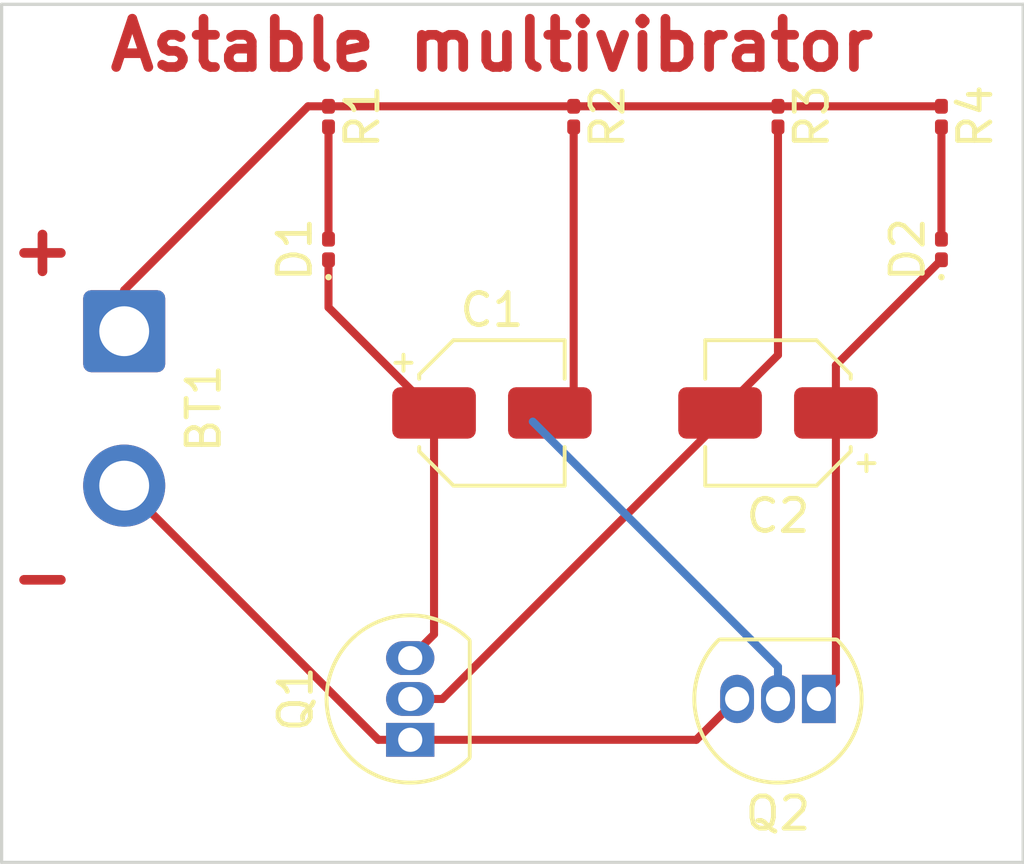
<source format=kicad_pcb>
(kicad_pcb (version 20171130) (host pcbnew "(5.1.9)-1")

  (general
    (thickness 1.6)
    (drawings 7)
    (tracks 30)
    (zones 0)
    (modules 11)
    (nets 9)
  )

  (page A4)
  (layers
    (0 F.Cu signal)
    (31 B.Cu signal)
    (32 B.Adhes user)
    (33 F.Adhes user)
    (34 B.Paste user)
    (35 F.Paste user)
    (36 B.SilkS user)
    (37 F.SilkS user)
    (38 B.Mask user)
    (39 F.Mask user)
    (40 Dwgs.User user)
    (41 Cmts.User user)
    (42 Eco1.User user)
    (43 Eco2.User user)
    (44 Edge.Cuts user)
    (45 Margin user)
    (46 B.CrtYd user)
    (47 F.CrtYd user)
    (48 B.Fab user)
    (49 F.Fab user)
  )

  (setup
    (last_trace_width 0.25)
    (trace_clearance 0.2)
    (zone_clearance 0.508)
    (zone_45_only no)
    (trace_min 0.2)
    (via_size 0.8)
    (via_drill 0.4)
    (via_min_size 0.4)
    (via_min_drill 0.3)
    (uvia_size 0.3)
    (uvia_drill 0.1)
    (uvias_allowed no)
    (uvia_min_size 0.2)
    (uvia_min_drill 0.1)
    (edge_width 0.05)
    (segment_width 0.2)
    (pcb_text_width 0.3)
    (pcb_text_size 1.5 1.5)
    (mod_edge_width 0.12)
    (mod_text_size 1 1)
    (mod_text_width 0.15)
    (pad_size 1.524 1.524)
    (pad_drill 0.762)
    (pad_to_mask_clearance 0)
    (aux_axis_origin 0 0)
    (visible_elements FFFFFF7F)
    (pcbplotparams
      (layerselection 0x010fc_ffffffff)
      (usegerberextensions false)
      (usegerberattributes true)
      (usegerberadvancedattributes true)
      (creategerberjobfile true)
      (excludeedgelayer true)
      (linewidth 0.100000)
      (plotframeref false)
      (viasonmask false)
      (mode 1)
      (useauxorigin false)
      (hpglpennumber 1)
      (hpglpenspeed 20)
      (hpglpendiameter 15.000000)
      (psnegative false)
      (psa4output false)
      (plotreference true)
      (plotvalue true)
      (plotinvisibletext false)
      (padsonsilk false)
      (subtractmaskfromsilk false)
      (outputformat 1)
      (mirror false)
      (drillshape 1)
      (scaleselection 1)
      (outputdirectory ""))
  )

  (net 0 "")
  (net 1 "Net-(BT1-Pad2)")
  (net 2 "Net-(BT1-Pad1)")
  (net 3 "Net-(C1-Pad2)")
  (net 4 "Net-(C1-Pad1)")
  (net 5 "Net-(C2-Pad2)")
  (net 6 "Net-(C2-Pad1)")
  (net 7 "Net-(D1-Pad2)")
  (net 8 "Net-(D2-Pad2)")

  (net_class Default "This is the default net class."
    (clearance 0.2)
    (trace_width 0.25)
    (via_dia 0.8)
    (via_drill 0.4)
    (uvia_dia 0.3)
    (uvia_drill 0.1)
    (add_net "Net-(BT1-Pad1)")
    (add_net "Net-(BT1-Pad2)")
    (add_net "Net-(C1-Pad1)")
    (add_net "Net-(C1-Pad2)")
    (add_net "Net-(C2-Pad1)")
    (add_net "Net-(C2-Pad2)")
    (add_net "Net-(D1-Pad2)")
    (add_net "Net-(D2-Pad2)")
  )

  (module Resistor_SMD:R_0201_0603Metric (layer F.Cu) (tedit 5F68FEEE) (tstamp 60AAC7D6)
    (at 160.02 80.96 270)
    (descr "Resistor SMD 0201 (0603 Metric), square (rectangular) end terminal, IPC_7351 nominal, (Body size source: https://www.vishay.com/docs/20052/crcw0201e3.pdf), generated with kicad-footprint-generator")
    (tags resistor)
    (path /60AA850D)
    (attr smd)
    (fp_text reference R4 (at 0 -1.05 90) (layer F.SilkS)
      (effects (font (size 1 1) (thickness 0.15)))
    )
    (fp_text value 470 (at 0 1.05 90) (layer F.Fab)
      (effects (font (size 1 1) (thickness 0.15)))
    )
    (fp_text user %R (at 0 -0.68 90) (layer F.Fab)
      (effects (font (size 0.25 0.25) (thickness 0.04)))
    )
    (fp_line (start -0.3 0.15) (end -0.3 -0.15) (layer F.Fab) (width 0.1))
    (fp_line (start -0.3 -0.15) (end 0.3 -0.15) (layer F.Fab) (width 0.1))
    (fp_line (start 0.3 -0.15) (end 0.3 0.15) (layer F.Fab) (width 0.1))
    (fp_line (start 0.3 0.15) (end -0.3 0.15) (layer F.Fab) (width 0.1))
    (fp_line (start -0.7 0.35) (end -0.7 -0.35) (layer F.CrtYd) (width 0.05))
    (fp_line (start -0.7 -0.35) (end 0.7 -0.35) (layer F.CrtYd) (width 0.05))
    (fp_line (start 0.7 -0.35) (end 0.7 0.35) (layer F.CrtYd) (width 0.05))
    (fp_line (start 0.7 0.35) (end -0.7 0.35) (layer F.CrtYd) (width 0.05))
    (pad 2 smd roundrect (at 0.32 0 270) (size 0.46 0.4) (layers F.Cu F.Mask) (roundrect_rratio 0.25)
      (net 8 "Net-(D2-Pad2)"))
    (pad 1 smd roundrect (at -0.32 0 270) (size 0.46 0.4) (layers F.Cu F.Mask) (roundrect_rratio 0.25)
      (net 2 "Net-(BT1-Pad1)"))
    (pad "" smd roundrect (at 0.345 0 270) (size 0.318 0.36) (layers F.Paste) (roundrect_rratio 0.25))
    (pad "" smd roundrect (at -0.345 0 270) (size 0.318 0.36) (layers F.Paste) (roundrect_rratio 0.25))
    (model ${KISYS3DMOD}/Resistor_SMD.3dshapes/R_0201_0603Metric.wrl
      (at (xyz 0 0 0))
      (scale (xyz 1 1 1))
      (rotate (xyz 0 0 0))
    )
  )

  (module Resistor_SMD:R_0201_0603Metric (layer F.Cu) (tedit 5F68FEEE) (tstamp 60AAC7C5)
    (at 154.94 80.96 270)
    (descr "Resistor SMD 0201 (0603 Metric), square (rectangular) end terminal, IPC_7351 nominal, (Body size source: https://www.vishay.com/docs/20052/crcw0201e3.pdf), generated with kicad-footprint-generator")
    (tags resistor)
    (path /60AA81FB)
    (attr smd)
    (fp_text reference R3 (at 0 -1.05 90) (layer F.SilkS)
      (effects (font (size 1 1) (thickness 0.15)))
    )
    (fp_text value 47K (at 0 1.05 90) (layer F.Fab)
      (effects (font (size 1 1) (thickness 0.15)))
    )
    (fp_text user %R (at 0 -0.68 90) (layer F.Fab)
      (effects (font (size 0.25 0.25) (thickness 0.04)))
    )
    (fp_line (start -0.3 0.15) (end -0.3 -0.15) (layer F.Fab) (width 0.1))
    (fp_line (start -0.3 -0.15) (end 0.3 -0.15) (layer F.Fab) (width 0.1))
    (fp_line (start 0.3 -0.15) (end 0.3 0.15) (layer F.Fab) (width 0.1))
    (fp_line (start 0.3 0.15) (end -0.3 0.15) (layer F.Fab) (width 0.1))
    (fp_line (start -0.7 0.35) (end -0.7 -0.35) (layer F.CrtYd) (width 0.05))
    (fp_line (start -0.7 -0.35) (end 0.7 -0.35) (layer F.CrtYd) (width 0.05))
    (fp_line (start 0.7 -0.35) (end 0.7 0.35) (layer F.CrtYd) (width 0.05))
    (fp_line (start 0.7 0.35) (end -0.7 0.35) (layer F.CrtYd) (width 0.05))
    (pad 2 smd roundrect (at 0.32 0 270) (size 0.46 0.4) (layers F.Cu F.Mask) (roundrect_rratio 0.25)
      (net 5 "Net-(C2-Pad2)"))
    (pad 1 smd roundrect (at -0.32 0 270) (size 0.46 0.4) (layers F.Cu F.Mask) (roundrect_rratio 0.25)
      (net 2 "Net-(BT1-Pad1)"))
    (pad "" smd roundrect (at 0.345 0 270) (size 0.318 0.36) (layers F.Paste) (roundrect_rratio 0.25))
    (pad "" smd roundrect (at -0.345 0 270) (size 0.318 0.36) (layers F.Paste) (roundrect_rratio 0.25))
    (model ${KISYS3DMOD}/Resistor_SMD.3dshapes/R_0201_0603Metric.wrl
      (at (xyz 0 0 0))
      (scale (xyz 1 1 1))
      (rotate (xyz 0 0 0))
    )
  )

  (module Resistor_SMD:R_0201_0603Metric (layer F.Cu) (tedit 5F68FEEE) (tstamp 60AAC7B4)
    (at 148.59 80.96 270)
    (descr "Resistor SMD 0201 (0603 Metric), square (rectangular) end terminal, IPC_7351 nominal, (Body size source: https://www.vishay.com/docs/20052/crcw0201e3.pdf), generated with kicad-footprint-generator")
    (tags resistor)
    (path /60AA7DA3)
    (attr smd)
    (fp_text reference R2 (at 0 -1.05 90) (layer F.SilkS)
      (effects (font (size 1 1) (thickness 0.15)))
    )
    (fp_text value 47K (at 0 1.05 90) (layer F.Fab)
      (effects (font (size 1 1) (thickness 0.15)))
    )
    (fp_text user %R (at 0 -0.68 90) (layer F.Fab)
      (effects (font (size 0.25 0.25) (thickness 0.04)))
    )
    (fp_line (start -0.3 0.15) (end -0.3 -0.15) (layer F.Fab) (width 0.1))
    (fp_line (start -0.3 -0.15) (end 0.3 -0.15) (layer F.Fab) (width 0.1))
    (fp_line (start 0.3 -0.15) (end 0.3 0.15) (layer F.Fab) (width 0.1))
    (fp_line (start 0.3 0.15) (end -0.3 0.15) (layer F.Fab) (width 0.1))
    (fp_line (start -0.7 0.35) (end -0.7 -0.35) (layer F.CrtYd) (width 0.05))
    (fp_line (start -0.7 -0.35) (end 0.7 -0.35) (layer F.CrtYd) (width 0.05))
    (fp_line (start 0.7 -0.35) (end 0.7 0.35) (layer F.CrtYd) (width 0.05))
    (fp_line (start 0.7 0.35) (end -0.7 0.35) (layer F.CrtYd) (width 0.05))
    (pad 2 smd roundrect (at 0.32 0 270) (size 0.46 0.4) (layers F.Cu F.Mask) (roundrect_rratio 0.25)
      (net 3 "Net-(C1-Pad2)"))
    (pad 1 smd roundrect (at -0.32 0 270) (size 0.46 0.4) (layers F.Cu F.Mask) (roundrect_rratio 0.25)
      (net 2 "Net-(BT1-Pad1)"))
    (pad "" smd roundrect (at 0.345 0 270) (size 0.318 0.36) (layers F.Paste) (roundrect_rratio 0.25))
    (pad "" smd roundrect (at -0.345 0 270) (size 0.318 0.36) (layers F.Paste) (roundrect_rratio 0.25))
    (model ${KISYS3DMOD}/Resistor_SMD.3dshapes/R_0201_0603Metric.wrl
      (at (xyz 0 0 0))
      (scale (xyz 1 1 1))
      (rotate (xyz 0 0 0))
    )
  )

  (module Resistor_SMD:R_0201_0603Metric (layer F.Cu) (tedit 5F68FEEE) (tstamp 60AAC7A3)
    (at 140.97 80.96 270)
    (descr "Resistor SMD 0201 (0603 Metric), square (rectangular) end terminal, IPC_7351 nominal, (Body size source: https://www.vishay.com/docs/20052/crcw0201e3.pdf), generated with kicad-footprint-generator")
    (tags resistor)
    (path /60AA720F)
    (attr smd)
    (fp_text reference R1 (at 0 -1.05 90) (layer F.SilkS)
      (effects (font (size 1 1) (thickness 0.15)))
    )
    (fp_text value 470 (at 0 1.05 90) (layer F.Fab)
      (effects (font (size 1 1) (thickness 0.15)))
    )
    (fp_text user %R (at 0 -0.68 90) (layer F.Fab)
      (effects (font (size 0.25 0.25) (thickness 0.04)))
    )
    (fp_line (start -0.3 0.15) (end -0.3 -0.15) (layer F.Fab) (width 0.1))
    (fp_line (start -0.3 -0.15) (end 0.3 -0.15) (layer F.Fab) (width 0.1))
    (fp_line (start 0.3 -0.15) (end 0.3 0.15) (layer F.Fab) (width 0.1))
    (fp_line (start 0.3 0.15) (end -0.3 0.15) (layer F.Fab) (width 0.1))
    (fp_line (start -0.7 0.35) (end -0.7 -0.35) (layer F.CrtYd) (width 0.05))
    (fp_line (start -0.7 -0.35) (end 0.7 -0.35) (layer F.CrtYd) (width 0.05))
    (fp_line (start 0.7 -0.35) (end 0.7 0.35) (layer F.CrtYd) (width 0.05))
    (fp_line (start 0.7 0.35) (end -0.7 0.35) (layer F.CrtYd) (width 0.05))
    (pad 2 smd roundrect (at 0.32 0 270) (size 0.46 0.4) (layers F.Cu F.Mask) (roundrect_rratio 0.25)
      (net 7 "Net-(D1-Pad2)"))
    (pad 1 smd roundrect (at -0.32 0 270) (size 0.46 0.4) (layers F.Cu F.Mask) (roundrect_rratio 0.25)
      (net 2 "Net-(BT1-Pad1)"))
    (pad "" smd roundrect (at 0.345 0 270) (size 0.318 0.36) (layers F.Paste) (roundrect_rratio 0.25))
    (pad "" smd roundrect (at -0.345 0 270) (size 0.318 0.36) (layers F.Paste) (roundrect_rratio 0.25))
    (model ${KISYS3DMOD}/Resistor_SMD.3dshapes/R_0201_0603Metric.wrl
      (at (xyz 0 0 0))
      (scale (xyz 1 1 1))
      (rotate (xyz 0 0 0))
    )
  )

  (module Package_TO_SOT_THT:TO-92_Inline (layer F.Cu) (tedit 5A1DD157) (tstamp 60AAC792)
    (at 156.21 99.06 180)
    (descr "TO-92 leads in-line, narrow, oval pads, drill 0.75mm (see NXP sot054_po.pdf)")
    (tags "to-92 sc-43 sc-43a sot54 PA33 transistor")
    (path /60AAD786)
    (fp_text reference Q2 (at 1.27 -3.56) (layer F.SilkS)
      (effects (font (size 1 1) (thickness 0.15)))
    )
    (fp_text value BC547 (at 1.27 2.79) (layer F.Fab)
      (effects (font (size 1 1) (thickness 0.15)))
    )
    (fp_arc (start 1.27 0) (end 1.27 -2.6) (angle 135) (layer F.SilkS) (width 0.12))
    (fp_arc (start 1.27 0) (end 1.27 -2.48) (angle -135) (layer F.Fab) (width 0.1))
    (fp_arc (start 1.27 0) (end 1.27 -2.6) (angle -135) (layer F.SilkS) (width 0.12))
    (fp_arc (start 1.27 0) (end 1.27 -2.48) (angle 135) (layer F.Fab) (width 0.1))
    (fp_text user %R (at 1.27 0) (layer F.Fab)
      (effects (font (size 1 1) (thickness 0.15)))
    )
    (fp_line (start -0.53 1.85) (end 3.07 1.85) (layer F.SilkS) (width 0.12))
    (fp_line (start -0.5 1.75) (end 3 1.75) (layer F.Fab) (width 0.1))
    (fp_line (start -1.46 -2.73) (end 4 -2.73) (layer F.CrtYd) (width 0.05))
    (fp_line (start -1.46 -2.73) (end -1.46 2.01) (layer F.CrtYd) (width 0.05))
    (fp_line (start 4 2.01) (end 4 -2.73) (layer F.CrtYd) (width 0.05))
    (fp_line (start 4 2.01) (end -1.46 2.01) (layer F.CrtYd) (width 0.05))
    (pad 1 thru_hole rect (at 0 0 180) (size 1.05 1.5) (drill 0.75) (layers *.Cu *.Mask)
      (net 6 "Net-(C2-Pad1)"))
    (pad 3 thru_hole oval (at 2.54 0 180) (size 1.05 1.5) (drill 0.75) (layers *.Cu *.Mask)
      (net 1 "Net-(BT1-Pad2)"))
    (pad 2 thru_hole oval (at 1.27 0 180) (size 1.05 1.5) (drill 0.75) (layers *.Cu *.Mask)
      (net 3 "Net-(C1-Pad2)"))
    (model ${KISYS3DMOD}/Package_TO_SOT_THT.3dshapes/TO-92_Inline.wrl
      (at (xyz 0 0 0))
      (scale (xyz 1 1 1))
      (rotate (xyz 0 0 0))
    )
  )

  (module Package_TO_SOT_THT:TO-92_Inline (layer F.Cu) (tedit 5A1DD157) (tstamp 60AAC780)
    (at 143.51 100.33 90)
    (descr "TO-92 leads in-line, narrow, oval pads, drill 0.75mm (see NXP sot054_po.pdf)")
    (tags "to-92 sc-43 sc-43a sot54 PA33 transistor")
    (path /60AAD133)
    (fp_text reference Q1 (at 1.27 -3.56 90) (layer F.SilkS)
      (effects (font (size 1 1) (thickness 0.15)))
    )
    (fp_text value BC547 (at 1.27 2.79 90) (layer F.Fab)
      (effects (font (size 1 1) (thickness 0.15)))
    )
    (fp_arc (start 1.27 0) (end 1.27 -2.6) (angle 135) (layer F.SilkS) (width 0.12))
    (fp_arc (start 1.27 0) (end 1.27 -2.48) (angle -135) (layer F.Fab) (width 0.1))
    (fp_arc (start 1.27 0) (end 1.27 -2.6) (angle -135) (layer F.SilkS) (width 0.12))
    (fp_arc (start 1.27 0) (end 1.27 -2.48) (angle 135) (layer F.Fab) (width 0.1))
    (fp_text user %R (at 1.27 0 90) (layer F.Fab)
      (effects (font (size 1 1) (thickness 0.15)))
    )
    (fp_line (start -0.53 1.85) (end 3.07 1.85) (layer F.SilkS) (width 0.12))
    (fp_line (start -0.5 1.75) (end 3 1.75) (layer F.Fab) (width 0.1))
    (fp_line (start -1.46 -2.73) (end 4 -2.73) (layer F.CrtYd) (width 0.05))
    (fp_line (start -1.46 -2.73) (end -1.46 2.01) (layer F.CrtYd) (width 0.05))
    (fp_line (start 4 2.01) (end 4 -2.73) (layer F.CrtYd) (width 0.05))
    (fp_line (start 4 2.01) (end -1.46 2.01) (layer F.CrtYd) (width 0.05))
    (pad 1 thru_hole rect (at 0 0 90) (size 1.05 1.5) (drill 0.75) (layers *.Cu *.Mask)
      (net 1 "Net-(BT1-Pad2)"))
    (pad 3 thru_hole oval (at 2.54 0 90) (size 1.05 1.5) (drill 0.75) (layers *.Cu *.Mask)
      (net 4 "Net-(C1-Pad1)"))
    (pad 2 thru_hole oval (at 1.27 0 90) (size 1.05 1.5) (drill 0.75) (layers *.Cu *.Mask)
      (net 5 "Net-(C2-Pad2)"))
    (model ${KISYS3DMOD}/Package_TO_SOT_THT.3dshapes/TO-92_Inline.wrl
      (at (xyz 0 0 0))
      (scale (xyz 1 1 1))
      (rotate (xyz 0 0 0))
    )
  )

  (module LED_SMD:LED_0201_0603Metric (layer F.Cu) (tedit 5F68FEF1) (tstamp 60AAC76E)
    (at 160.02 85.09 90)
    (descr "LED SMD 0201 (0603 Metric), square (rectangular) end terminal, IPC_7351 nominal, (Body size source: https://www.vishay.com/docs/20052/crcw0201e3.pdf), generated with kicad-footprint-generator")
    (tags LED)
    (path /60AA936F)
    (attr smd)
    (fp_text reference D2 (at 0 -1.05 90) (layer F.SilkS)
      (effects (font (size 1 1) (thickness 0.15)))
    )
    (fp_text value 2V (at 0 1.05 90) (layer F.Fab)
      (effects (font (size 1 1) (thickness 0.15)))
    )
    (fp_text user %R (at 0 -0.68 90) (layer F.Fab)
      (effects (font (size 0.25 0.25) (thickness 0.04)))
    )
    (fp_circle (center -0.86 0) (end -0.81 0) (layer F.SilkS) (width 0.1))
    (fp_line (start -0.3 0.15) (end -0.3 -0.15) (layer F.Fab) (width 0.1))
    (fp_line (start -0.3 -0.15) (end 0.3 -0.15) (layer F.Fab) (width 0.1))
    (fp_line (start 0.3 -0.15) (end 0.3 0.15) (layer F.Fab) (width 0.1))
    (fp_line (start 0.3 0.15) (end -0.3 0.15) (layer F.Fab) (width 0.1))
    (fp_line (start -0.2 0.15) (end -0.2 -0.15) (layer F.Fab) (width 0.1))
    (fp_line (start -0.1 0.15) (end -0.1 -0.15) (layer F.Fab) (width 0.1))
    (fp_line (start -0.7 0.35) (end -0.7 -0.35) (layer F.CrtYd) (width 0.05))
    (fp_line (start -0.7 -0.35) (end 0.7 -0.35) (layer F.CrtYd) (width 0.05))
    (fp_line (start 0.7 -0.35) (end 0.7 0.35) (layer F.CrtYd) (width 0.05))
    (fp_line (start 0.7 0.35) (end -0.7 0.35) (layer F.CrtYd) (width 0.05))
    (pad 2 smd roundrect (at 0.32 0 90) (size 0.46 0.4) (layers F.Cu F.Mask) (roundrect_rratio 0.25)
      (net 8 "Net-(D2-Pad2)"))
    (pad 1 smd roundrect (at -0.32 0 90) (size 0.46 0.4) (layers F.Cu F.Mask) (roundrect_rratio 0.25)
      (net 6 "Net-(C2-Pad1)"))
    (pad "" smd roundrect (at 0.345 0 90) (size 0.318 0.36) (layers F.Paste) (roundrect_rratio 0.25))
    (pad "" smd roundrect (at -0.345 0 90) (size 0.318 0.36) (layers F.Paste) (roundrect_rratio 0.25))
    (model ${KISYS3DMOD}/LED_SMD.3dshapes/LED_0201_0603Metric.wrl
      (at (xyz 0 0 0))
      (scale (xyz 1 1 1))
      (rotate (xyz 0 0 0))
    )
  )

  (module LED_SMD:LED_0201_0603Metric (layer F.Cu) (tedit 5F68FEF1) (tstamp 60AAC75A)
    (at 140.97 85.09 90)
    (descr "LED SMD 0201 (0603 Metric), square (rectangular) end terminal, IPC_7351 nominal, (Body size source: https://www.vishay.com/docs/20052/crcw0201e3.pdf), generated with kicad-footprint-generator")
    (tags LED)
    (path /60AA8A9A)
    (attr smd)
    (fp_text reference D1 (at 0 -1.05 90) (layer F.SilkS)
      (effects (font (size 1 1) (thickness 0.15)))
    )
    (fp_text value 2V (at 0 1.05 90) (layer F.Fab)
      (effects (font (size 1 1) (thickness 0.15)))
    )
    (fp_text user %R (at 0 -0.68 90) (layer F.Fab)
      (effects (font (size 0.25 0.25) (thickness 0.04)))
    )
    (fp_circle (center -0.86 0) (end -0.81 0) (layer F.SilkS) (width 0.1))
    (fp_line (start -0.3 0.15) (end -0.3 -0.15) (layer F.Fab) (width 0.1))
    (fp_line (start -0.3 -0.15) (end 0.3 -0.15) (layer F.Fab) (width 0.1))
    (fp_line (start 0.3 -0.15) (end 0.3 0.15) (layer F.Fab) (width 0.1))
    (fp_line (start 0.3 0.15) (end -0.3 0.15) (layer F.Fab) (width 0.1))
    (fp_line (start -0.2 0.15) (end -0.2 -0.15) (layer F.Fab) (width 0.1))
    (fp_line (start -0.1 0.15) (end -0.1 -0.15) (layer F.Fab) (width 0.1))
    (fp_line (start -0.7 0.35) (end -0.7 -0.35) (layer F.CrtYd) (width 0.05))
    (fp_line (start -0.7 -0.35) (end 0.7 -0.35) (layer F.CrtYd) (width 0.05))
    (fp_line (start 0.7 -0.35) (end 0.7 0.35) (layer F.CrtYd) (width 0.05))
    (fp_line (start 0.7 0.35) (end -0.7 0.35) (layer F.CrtYd) (width 0.05))
    (pad 2 smd roundrect (at 0.32 0 90) (size 0.46 0.4) (layers F.Cu F.Mask) (roundrect_rratio 0.25)
      (net 7 "Net-(D1-Pad2)"))
    (pad 1 smd roundrect (at -0.32 0 90) (size 0.46 0.4) (layers F.Cu F.Mask) (roundrect_rratio 0.25)
      (net 4 "Net-(C1-Pad1)"))
    (pad "" smd roundrect (at 0.345 0 90) (size 0.318 0.36) (layers F.Paste) (roundrect_rratio 0.25))
    (pad "" smd roundrect (at -0.345 0 90) (size 0.318 0.36) (layers F.Paste) (roundrect_rratio 0.25))
    (model ${KISYS3DMOD}/LED_SMD.3dshapes/LED_0201_0603Metric.wrl
      (at (xyz 0 0 0))
      (scale (xyz 1 1 1))
      (rotate (xyz 0 0 0))
    )
  )

  (module Capacitor_SMD:CP_Elec_4x3 (layer F.Cu) (tedit 5BCA39CF) (tstamp 60AAC746)
    (at 154.94 90.17 180)
    (descr "SMD capacitor, aluminum electrolytic, Nichicon, 4.0x3mm")
    (tags "capacitor electrolytic")
    (path /60AAB5B7)
    (attr smd)
    (fp_text reference C2 (at 0 -3.2) (layer F.SilkS)
      (effects (font (size 1 1) (thickness 0.15)))
    )
    (fp_text value 10µF (at 0 3.2) (layer F.Fab)
      (effects (font (size 1 1) (thickness 0.15)))
    )
    (fp_text user %R (at 0 0) (layer F.Fab)
      (effects (font (size 0.8 0.8) (thickness 0.12)))
    )
    (fp_circle (center 0 0) (end 2 0) (layer F.Fab) (width 0.1))
    (fp_line (start 2.15 -2.15) (end 2.15 2.15) (layer F.Fab) (width 0.1))
    (fp_line (start -1.15 -2.15) (end 2.15 -2.15) (layer F.Fab) (width 0.1))
    (fp_line (start -1.15 2.15) (end 2.15 2.15) (layer F.Fab) (width 0.1))
    (fp_line (start -2.15 -1.15) (end -2.15 1.15) (layer F.Fab) (width 0.1))
    (fp_line (start -2.15 -1.15) (end -1.15 -2.15) (layer F.Fab) (width 0.1))
    (fp_line (start -2.15 1.15) (end -1.15 2.15) (layer F.Fab) (width 0.1))
    (fp_line (start -1.574773 -1) (end -1.174773 -1) (layer F.Fab) (width 0.1))
    (fp_line (start -1.374773 -1.2) (end -1.374773 -0.8) (layer F.Fab) (width 0.1))
    (fp_line (start 2.26 2.26) (end 2.26 1.06) (layer F.SilkS) (width 0.12))
    (fp_line (start 2.26 -2.26) (end 2.26 -1.06) (layer F.SilkS) (width 0.12))
    (fp_line (start -1.195563 -2.26) (end 2.26 -2.26) (layer F.SilkS) (width 0.12))
    (fp_line (start -1.195563 2.26) (end 2.26 2.26) (layer F.SilkS) (width 0.12))
    (fp_line (start -2.26 1.195563) (end -2.26 1.06) (layer F.SilkS) (width 0.12))
    (fp_line (start -2.26 -1.195563) (end -2.26 -1.06) (layer F.SilkS) (width 0.12))
    (fp_line (start -2.26 -1.195563) (end -1.195563 -2.26) (layer F.SilkS) (width 0.12))
    (fp_line (start -2.26 1.195563) (end -1.195563 2.26) (layer F.SilkS) (width 0.12))
    (fp_line (start -3 -1.56) (end -2.5 -1.56) (layer F.SilkS) (width 0.12))
    (fp_line (start -2.75 -1.81) (end -2.75 -1.31) (layer F.SilkS) (width 0.12))
    (fp_line (start 2.4 -2.4) (end 2.4 -1.05) (layer F.CrtYd) (width 0.05))
    (fp_line (start 2.4 -1.05) (end 3.35 -1.05) (layer F.CrtYd) (width 0.05))
    (fp_line (start 3.35 -1.05) (end 3.35 1.05) (layer F.CrtYd) (width 0.05))
    (fp_line (start 3.35 1.05) (end 2.4 1.05) (layer F.CrtYd) (width 0.05))
    (fp_line (start 2.4 1.05) (end 2.4 2.4) (layer F.CrtYd) (width 0.05))
    (fp_line (start -1.25 2.4) (end 2.4 2.4) (layer F.CrtYd) (width 0.05))
    (fp_line (start -1.25 -2.4) (end 2.4 -2.4) (layer F.CrtYd) (width 0.05))
    (fp_line (start -2.4 1.25) (end -1.25 2.4) (layer F.CrtYd) (width 0.05))
    (fp_line (start -2.4 -1.25) (end -1.25 -2.4) (layer F.CrtYd) (width 0.05))
    (fp_line (start -2.4 -1.25) (end -2.4 -1.05) (layer F.CrtYd) (width 0.05))
    (fp_line (start -2.4 1.05) (end -2.4 1.25) (layer F.CrtYd) (width 0.05))
    (fp_line (start -2.4 -1.05) (end -3.35 -1.05) (layer F.CrtYd) (width 0.05))
    (fp_line (start -3.35 -1.05) (end -3.35 1.05) (layer F.CrtYd) (width 0.05))
    (fp_line (start -3.35 1.05) (end -2.4 1.05) (layer F.CrtYd) (width 0.05))
    (pad 2 smd roundrect (at 1.8 0 180) (size 2.6 1.6) (layers F.Cu F.Paste F.Mask) (roundrect_rratio 0.15625)
      (net 5 "Net-(C2-Pad2)"))
    (pad 1 smd roundrect (at -1.8 0 180) (size 2.6 1.6) (layers F.Cu F.Paste F.Mask) (roundrect_rratio 0.15625)
      (net 6 "Net-(C2-Pad1)"))
    (model ${KISYS3DMOD}/Capacitor_SMD.3dshapes/CP_Elec_4x3.wrl
      (at (xyz 0 0 0))
      (scale (xyz 1 1 1))
      (rotate (xyz 0 0 0))
    )
  )

  (module Capacitor_SMD:CP_Elec_4x3 (layer F.Cu) (tedit 5BCA39CF) (tstamp 60AAC71E)
    (at 146.05 90.17)
    (descr "SMD capacitor, aluminum electrolytic, Nichicon, 4.0x3mm")
    (tags "capacitor electrolytic")
    (path /60AAAE31)
    (attr smd)
    (fp_text reference C1 (at 0 -3.2) (layer F.SilkS)
      (effects (font (size 1 1) (thickness 0.15)))
    )
    (fp_text value 10µF (at 0 3.2) (layer F.Fab)
      (effects (font (size 1 1) (thickness 0.15)))
    )
    (fp_text user %R (at 0 0) (layer F.Fab)
      (effects (font (size 0.8 0.8) (thickness 0.12)))
    )
    (fp_circle (center 0 0) (end 2 0) (layer F.Fab) (width 0.1))
    (fp_line (start 2.15 -2.15) (end 2.15 2.15) (layer F.Fab) (width 0.1))
    (fp_line (start -1.15 -2.15) (end 2.15 -2.15) (layer F.Fab) (width 0.1))
    (fp_line (start -1.15 2.15) (end 2.15 2.15) (layer F.Fab) (width 0.1))
    (fp_line (start -2.15 -1.15) (end -2.15 1.15) (layer F.Fab) (width 0.1))
    (fp_line (start -2.15 -1.15) (end -1.15 -2.15) (layer F.Fab) (width 0.1))
    (fp_line (start -2.15 1.15) (end -1.15 2.15) (layer F.Fab) (width 0.1))
    (fp_line (start -1.574773 -1) (end -1.174773 -1) (layer F.Fab) (width 0.1))
    (fp_line (start -1.374773 -1.2) (end -1.374773 -0.8) (layer F.Fab) (width 0.1))
    (fp_line (start 2.26 2.26) (end 2.26 1.06) (layer F.SilkS) (width 0.12))
    (fp_line (start 2.26 -2.26) (end 2.26 -1.06) (layer F.SilkS) (width 0.12))
    (fp_line (start -1.195563 -2.26) (end 2.26 -2.26) (layer F.SilkS) (width 0.12))
    (fp_line (start -1.195563 2.26) (end 2.26 2.26) (layer F.SilkS) (width 0.12))
    (fp_line (start -2.26 1.195563) (end -2.26 1.06) (layer F.SilkS) (width 0.12))
    (fp_line (start -2.26 -1.195563) (end -2.26 -1.06) (layer F.SilkS) (width 0.12))
    (fp_line (start -2.26 -1.195563) (end -1.195563 -2.26) (layer F.SilkS) (width 0.12))
    (fp_line (start -2.26 1.195563) (end -1.195563 2.26) (layer F.SilkS) (width 0.12))
    (fp_line (start -3 -1.56) (end -2.5 -1.56) (layer F.SilkS) (width 0.12))
    (fp_line (start -2.75 -1.81) (end -2.75 -1.31) (layer F.SilkS) (width 0.12))
    (fp_line (start 2.4 -2.4) (end 2.4 -1.05) (layer F.CrtYd) (width 0.05))
    (fp_line (start 2.4 -1.05) (end 3.35 -1.05) (layer F.CrtYd) (width 0.05))
    (fp_line (start 3.35 -1.05) (end 3.35 1.05) (layer F.CrtYd) (width 0.05))
    (fp_line (start 3.35 1.05) (end 2.4 1.05) (layer F.CrtYd) (width 0.05))
    (fp_line (start 2.4 1.05) (end 2.4 2.4) (layer F.CrtYd) (width 0.05))
    (fp_line (start -1.25 2.4) (end 2.4 2.4) (layer F.CrtYd) (width 0.05))
    (fp_line (start -1.25 -2.4) (end 2.4 -2.4) (layer F.CrtYd) (width 0.05))
    (fp_line (start -2.4 1.25) (end -1.25 2.4) (layer F.CrtYd) (width 0.05))
    (fp_line (start -2.4 -1.25) (end -1.25 -2.4) (layer F.CrtYd) (width 0.05))
    (fp_line (start -2.4 -1.25) (end -2.4 -1.05) (layer F.CrtYd) (width 0.05))
    (fp_line (start -2.4 1.05) (end -2.4 1.25) (layer F.CrtYd) (width 0.05))
    (fp_line (start -2.4 -1.05) (end -3.35 -1.05) (layer F.CrtYd) (width 0.05))
    (fp_line (start -3.35 -1.05) (end -3.35 1.05) (layer F.CrtYd) (width 0.05))
    (fp_line (start -3.35 1.05) (end -2.4 1.05) (layer F.CrtYd) (width 0.05))
    (pad 2 smd roundrect (at 1.8 0) (size 2.6 1.6) (layers F.Cu F.Paste F.Mask) (roundrect_rratio 0.15625)
      (net 3 "Net-(C1-Pad2)"))
    (pad 1 smd roundrect (at -1.8 0) (size 2.6 1.6) (layers F.Cu F.Paste F.Mask) (roundrect_rratio 0.15625)
      (net 4 "Net-(C1-Pad1)"))
    (model ${KISYS3DMOD}/Capacitor_SMD.3dshapes/CP_Elec_4x3.wrl
      (at (xyz 0 0 0))
      (scale (xyz 1 1 1))
      (rotate (xyz 0 0 0))
    )
  )

  (module Connector_Wire:SolderWire-0.75sqmm_1x02_P4.8mm_D1.25mm_OD2.3mm (layer F.Cu) (tedit 5EB70B43) (tstamp 60AAC6F6)
    (at 134.62 87.63 270)
    (descr "Soldered wire connection, for 2 times 0.75 mm² wires, basic insulation, conductor diameter 1.25mm, outer diameter 2.3mm, size source Multi-Contact FLEXI-E 0.75 (https://ec.staubli.com/AcroFiles/Catalogues/TM_Cab-Main-11014119_(en)_hi.pdf), bend radius 3 times outer diameter, generated with kicad-footprint-generator")
    (tags "connector wire 0.75sqmm")
    (path /60ABA943)
    (attr virtual)
    (fp_text reference BT1 (at 2.4 -2.47 90) (layer F.SilkS)
      (effects (font (size 1 1) (thickness 0.15)))
    )
    (fp_text value 9V (at 2.4 2.47 90) (layer F.Fab)
      (effects (font (size 1 1) (thickness 0.15)))
    )
    (fp_text user %R (at 2.4 0) (layer F.Fab)
      (effects (font (size 0.89 0.89) (thickness 0.13)))
    )
    (fp_circle (center 0 0) (end 1.15 0) (layer F.Fab) (width 0.1))
    (fp_circle (center 4.8 0) (end 5.95 0) (layer F.Fab) (width 0.1))
    (fp_line (start -1.9 -1.78) (end -1.9 1.78) (layer F.CrtYd) (width 0.05))
    (fp_line (start -1.9 1.78) (end 1.9 1.78) (layer F.CrtYd) (width 0.05))
    (fp_line (start 1.9 1.78) (end 1.9 -1.78) (layer F.CrtYd) (width 0.05))
    (fp_line (start 1.9 -1.78) (end -1.9 -1.78) (layer F.CrtYd) (width 0.05))
    (fp_line (start 2.9 -1.78) (end 2.9 1.78) (layer F.CrtYd) (width 0.05))
    (fp_line (start 2.9 1.78) (end 6.7 1.78) (layer F.CrtYd) (width 0.05))
    (fp_line (start 6.7 1.78) (end 6.7 -1.78) (layer F.CrtYd) (width 0.05))
    (fp_line (start 6.7 -1.78) (end 2.9 -1.78) (layer F.CrtYd) (width 0.05))
    (pad 2 thru_hole circle (at 4.8 0 270) (size 2.55 2.55) (drill 1.55) (layers *.Cu *.Mask)
      (net 1 "Net-(BT1-Pad2)"))
    (pad 1 thru_hole roundrect (at 0 0 270) (size 2.55 2.55) (drill 1.55) (layers *.Cu *.Mask) (roundrect_rratio 0.098039)
      (net 2 "Net-(BT1-Pad1)"))
    (model ${KISYS3DMOD}/Connector_Wire.3dshapes/SolderWire-0.75sqmm_1x02_P4.8mm_D1.25mm_OD2.3mm.wrl
      (at (xyz 0 0 0))
      (scale (xyz 1 1 1))
      (rotate (xyz 0 0 0))
    )
  )

  (gr_text "Astable multivibrator" (at 146.05 78.74) (layer F.Cu)
    (effects (font (size 1.5 1.5) (thickness 0.3)))
  )
  (gr_text - (at 132.08 95.25) (layer F.Cu)
    (effects (font (size 1.5 1.5) (thickness 0.3)))
  )
  (gr_text + (at 132.08 85.09) (layer F.Cu)
    (effects (font (size 1.5 1.5) (thickness 0.3)))
  )
  (gr_line (start 162.56 77.47) (end 162.56 104.14) (layer Edge.Cuts) (width 0.1))
  (gr_line (start 130.81 77.47) (end 162.56 77.47) (layer Edge.Cuts) (width 0.1))
  (gr_line (start 130.81 104.14) (end 130.81 77.47) (layer Edge.Cuts) (width 0.1))
  (gr_line (start 162.56 104.14) (end 130.81 104.14) (layer Edge.Cuts) (width 0.1))

  (segment (start 142.52 100.33) (end 134.62 92.43) (width 0.25) (layer F.Cu) (net 1))
  (segment (start 143.51 100.33) (end 142.52 100.33) (width 0.25) (layer F.Cu) (net 1))
  (segment (start 152.4 100.33) (end 153.67 99.06) (width 0.25) (layer F.Cu) (net 1))
  (segment (start 143.51 100.33) (end 152.4 100.33) (width 0.25) (layer F.Cu) (net 1))
  (segment (start 134.62 86.355) (end 134.62 87.63) (width 0.25) (layer F.Cu) (net 2))
  (segment (start 140.335 80.64) (end 134.62 86.355) (width 0.25) (layer F.Cu) (net 2))
  (segment (start 140.97 80.64) (end 140.335 80.64) (width 0.25) (layer F.Cu) (net 2))
  (segment (start 148.781058 80.64) (end 148.59 80.64) (width 0.25) (layer F.Cu) (net 2))
  (segment (start 140.97 80.64) (end 148.781058 80.64) (width 0.25) (layer F.Cu) (net 2))
  (segment (start 148.59 80.64) (end 154.94 80.64) (width 0.25) (layer F.Cu) (net 2))
  (segment (start 154.94 80.64) (end 160.02 80.64) (width 0.25) (layer F.Cu) (net 2))
  (segment (start 148.59 89.43) (end 147.85 90.17) (width 0.25) (layer F.Cu) (net 3))
  (segment (start 148.59 81.28) (end 148.59 89.43) (width 0.25) (layer F.Cu) (net 3))
  (segment (start 154.94 98.06) (end 147.32 90.44) (width 0.25) (layer B.Cu) (net 3))
  (segment (start 154.94 99.06) (end 154.94 98.06) (width 0.25) (layer B.Cu) (net 3))
  (segment (start 140.97 86.89) (end 144.25 90.17) (width 0.25) (layer F.Cu) (net 4))
  (segment (start 140.97 85.41) (end 140.97 86.89) (width 0.25) (layer F.Cu) (net 4))
  (segment (start 144.25 97.05) (end 143.51 97.79) (width 0.25) (layer F.Cu) (net 4))
  (segment (start 144.25 90.17) (end 144.25 97.05) (width 0.25) (layer F.Cu) (net 4))
  (segment (start 154.94 88.37) (end 153.14 90.17) (width 0.25) (layer F.Cu) (net 5))
  (segment (start 154.94 81.28) (end 154.94 88.37) (width 0.25) (layer F.Cu) (net 5))
  (segment (start 153.14 90.43) (end 153.14 90.17) (width 0.25) (layer F.Cu) (net 5))
  (segment (start 144.51 99.06) (end 153.14 90.43) (width 0.25) (layer F.Cu) (net 5))
  (segment (start 143.51 99.06) (end 144.51 99.06) (width 0.25) (layer F.Cu) (net 5))
  (segment (start 156.74 98.53) (end 156.21 99.06) (width 0.25) (layer F.Cu) (net 6))
  (segment (start 156.74 90.17) (end 156.74 98.53) (width 0.25) (layer F.Cu) (net 6))
  (segment (start 156.74 88.69) (end 160.02 85.41) (width 0.25) (layer F.Cu) (net 6))
  (segment (start 156.74 90.17) (end 156.74 88.69) (width 0.25) (layer F.Cu) (net 6))
  (segment (start 140.97 81.28) (end 140.97 84.77) (width 0.25) (layer F.Cu) (net 7))
  (segment (start 160.02 84.77) (end 160.02 81.28) (width 0.25) (layer F.Cu) (net 8))

)

</source>
